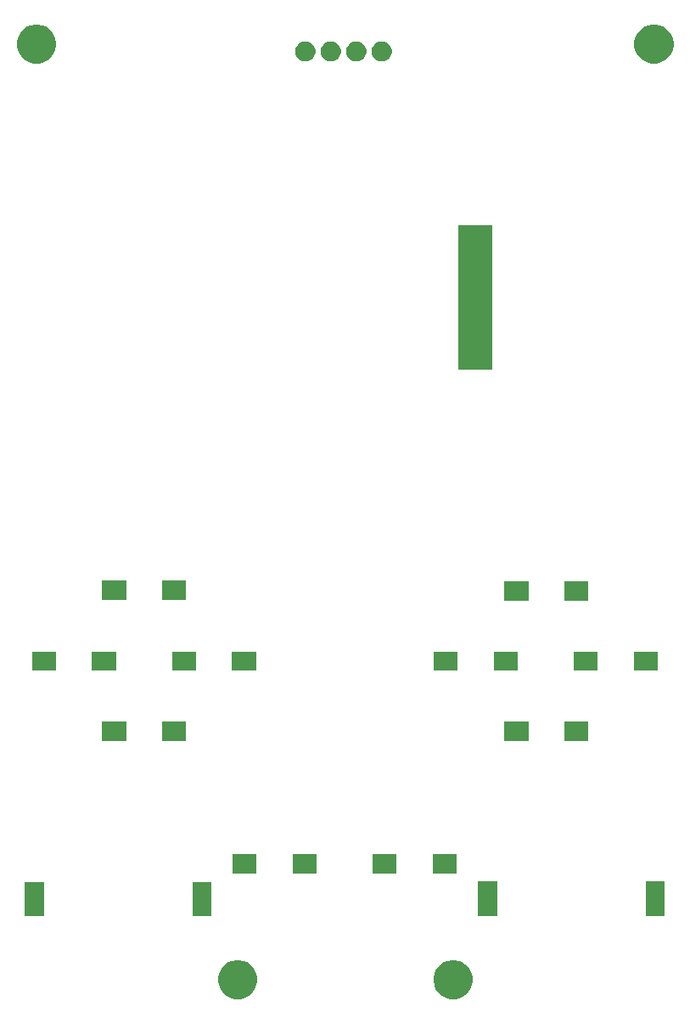
<source format=gbr>
G04 #@! TF.GenerationSoftware,KiCad,Pcbnew,5.0.2+dfsg1-1~bpo9+1*
G04 #@! TF.CreationDate,2019-01-24T11:26:08+00:00*
G04 #@! TF.ProjectId,zeroboy_new_front,7a65726f-626f-4795-9f6e-65775f66726f,rev?*
G04 #@! TF.SameCoordinates,Original*
G04 #@! TF.FileFunction,Soldermask,Top*
G04 #@! TF.FilePolarity,Negative*
%FSLAX46Y46*%
G04 Gerber Fmt 4.6, Leading zero omitted, Abs format (unit mm)*
G04 Created by KiCad (PCBNEW 5.0.2+dfsg1-1~bpo9+1) date Thu 24 Jan 2019 11:26:08 GMT*
%MOMM*%
%LPD*%
G01*
G04 APERTURE LIST*
%ADD10C,0.100000*%
G04 APERTURE END LIST*
D10*
G36*
X158201193Y-137748737D02*
X158556070Y-137895732D01*
X158875455Y-138109138D01*
X159147062Y-138380745D01*
X159360468Y-138700130D01*
X159507463Y-139055007D01*
X159582400Y-139431740D01*
X159582400Y-139815860D01*
X159507463Y-140192593D01*
X159360468Y-140547470D01*
X159147062Y-140866855D01*
X158875455Y-141138462D01*
X158556070Y-141351868D01*
X158201193Y-141498863D01*
X157824460Y-141573800D01*
X157440340Y-141573800D01*
X157063607Y-141498863D01*
X156708730Y-141351868D01*
X156389345Y-141138462D01*
X156117738Y-140866855D01*
X155904332Y-140547470D01*
X155757337Y-140192593D01*
X155682400Y-139815860D01*
X155682400Y-139431740D01*
X155757337Y-139055007D01*
X155904332Y-138700130D01*
X156117738Y-138380745D01*
X156389345Y-138109138D01*
X156708730Y-137895732D01*
X157063607Y-137748737D01*
X157440340Y-137673800D01*
X157824460Y-137673800D01*
X158201193Y-137748737D01*
X158201193Y-137748737D01*
G37*
G36*
X136712793Y-137748737D02*
X137067670Y-137895732D01*
X137387055Y-138109138D01*
X137658662Y-138380745D01*
X137872068Y-138700130D01*
X138019063Y-139055007D01*
X138094000Y-139431740D01*
X138094000Y-139815860D01*
X138019063Y-140192593D01*
X137872068Y-140547470D01*
X137658662Y-140866855D01*
X137387055Y-141138462D01*
X137067670Y-141351868D01*
X136712793Y-141498863D01*
X136336060Y-141573800D01*
X135951940Y-141573800D01*
X135575207Y-141498863D01*
X135220330Y-141351868D01*
X134900945Y-141138462D01*
X134629338Y-140866855D01*
X134415932Y-140547470D01*
X134268937Y-140192593D01*
X134194000Y-139815860D01*
X134194000Y-139431740D01*
X134268937Y-139055007D01*
X134415932Y-138700130D01*
X134629338Y-138380745D01*
X134900945Y-138109138D01*
X135220330Y-137895732D01*
X135575207Y-137748737D01*
X135951940Y-137673800D01*
X136336060Y-137673800D01*
X136712793Y-137748737D01*
X136712793Y-137748737D01*
G37*
G36*
X116849500Y-133335500D02*
X114925500Y-133335500D01*
X114925500Y-129935500D01*
X116849500Y-129935500D01*
X116849500Y-133335500D01*
X116849500Y-133335500D01*
G37*
G36*
X133550000Y-133335500D02*
X131626000Y-133335500D01*
X131626000Y-129935500D01*
X133550000Y-129935500D01*
X133550000Y-133335500D01*
X133550000Y-133335500D01*
G37*
G36*
X178762000Y-133272000D02*
X176838000Y-133272000D01*
X176838000Y-129872000D01*
X178762000Y-129872000D01*
X178762000Y-133272000D01*
X178762000Y-133272000D01*
G37*
G36*
X162061500Y-133272000D02*
X160137500Y-133272000D01*
X160137500Y-129872000D01*
X162061500Y-129872000D01*
X162061500Y-133272000D01*
X162061500Y-133272000D01*
G37*
G36*
X138042500Y-129029500D02*
X135642500Y-129029500D01*
X135642500Y-127129500D01*
X138042500Y-127129500D01*
X138042500Y-129029500D01*
X138042500Y-129029500D01*
G37*
G36*
X144011500Y-129029500D02*
X141611500Y-129029500D01*
X141611500Y-127129500D01*
X144011500Y-127129500D01*
X144011500Y-129029500D01*
X144011500Y-129029500D01*
G37*
G36*
X152012500Y-129029500D02*
X149612500Y-129029500D01*
X149612500Y-127129500D01*
X152012500Y-127129500D01*
X152012500Y-129029500D01*
X152012500Y-129029500D01*
G37*
G36*
X157981500Y-129029500D02*
X155581500Y-129029500D01*
X155581500Y-127129500D01*
X157981500Y-127129500D01*
X157981500Y-129029500D01*
X157981500Y-129029500D01*
G37*
G36*
X130994000Y-115821500D02*
X128594000Y-115821500D01*
X128594000Y-113921500D01*
X130994000Y-113921500D01*
X130994000Y-115821500D01*
X130994000Y-115821500D01*
G37*
G36*
X165157000Y-115821500D02*
X162757000Y-115821500D01*
X162757000Y-113921500D01*
X165157000Y-113921500D01*
X165157000Y-115821500D01*
X165157000Y-115821500D01*
G37*
G36*
X171126000Y-115821500D02*
X168726000Y-115821500D01*
X168726000Y-113921500D01*
X171126000Y-113921500D01*
X171126000Y-115821500D01*
X171126000Y-115821500D01*
G37*
G36*
X125025000Y-115821500D02*
X122625000Y-115821500D01*
X122625000Y-113921500D01*
X125025000Y-113921500D01*
X125025000Y-115821500D01*
X125025000Y-115821500D01*
G37*
G36*
X124009000Y-108836500D02*
X121609000Y-108836500D01*
X121609000Y-106936500D01*
X124009000Y-106936500D01*
X124009000Y-108836500D01*
X124009000Y-108836500D01*
G37*
G36*
X178047500Y-108836500D02*
X175647500Y-108836500D01*
X175647500Y-106936500D01*
X178047500Y-106936500D01*
X178047500Y-108836500D01*
X178047500Y-108836500D01*
G37*
G36*
X172078500Y-108836500D02*
X169678500Y-108836500D01*
X169678500Y-106936500D01*
X172078500Y-106936500D01*
X172078500Y-108836500D01*
X172078500Y-108836500D01*
G37*
G36*
X158108500Y-108836500D02*
X155708500Y-108836500D01*
X155708500Y-106936500D01*
X158108500Y-106936500D01*
X158108500Y-108836500D01*
X158108500Y-108836500D01*
G37*
G36*
X137979000Y-108836500D02*
X135579000Y-108836500D01*
X135579000Y-106936500D01*
X137979000Y-106936500D01*
X137979000Y-108836500D01*
X137979000Y-108836500D01*
G37*
G36*
X132010000Y-108836500D02*
X129610000Y-108836500D01*
X129610000Y-106936500D01*
X132010000Y-106936500D01*
X132010000Y-108836500D01*
X132010000Y-108836500D01*
G37*
G36*
X118040000Y-108836500D02*
X115640000Y-108836500D01*
X115640000Y-106936500D01*
X118040000Y-106936500D01*
X118040000Y-108836500D01*
X118040000Y-108836500D01*
G37*
G36*
X164077500Y-108836500D02*
X161677500Y-108836500D01*
X161677500Y-106936500D01*
X164077500Y-106936500D01*
X164077500Y-108836500D01*
X164077500Y-108836500D01*
G37*
G36*
X171126000Y-101851500D02*
X168726000Y-101851500D01*
X168726000Y-99951500D01*
X171126000Y-99951500D01*
X171126000Y-101851500D01*
X171126000Y-101851500D01*
G37*
G36*
X165157000Y-101851500D02*
X162757000Y-101851500D01*
X162757000Y-99951500D01*
X165157000Y-99951500D01*
X165157000Y-101851500D01*
X165157000Y-101851500D01*
G37*
G36*
X130994000Y-101788000D02*
X128594000Y-101788000D01*
X128594000Y-99888000D01*
X130994000Y-99888000D01*
X130994000Y-101788000D01*
X130994000Y-101788000D01*
G37*
G36*
X125025000Y-101788000D02*
X122625000Y-101788000D01*
X122625000Y-99888000D01*
X125025000Y-99888000D01*
X125025000Y-101788000D01*
X125025000Y-101788000D01*
G37*
G36*
X161565060Y-78865680D02*
X158165060Y-78865680D01*
X158165060Y-64463980D01*
X161565060Y-64463980D01*
X161565060Y-78865680D01*
X161565060Y-78865680D01*
G37*
G36*
X116646793Y-44543437D02*
X117001670Y-44690432D01*
X117321055Y-44903838D01*
X117592662Y-45175445D01*
X117806068Y-45494830D01*
X117953063Y-45849707D01*
X118028000Y-46226440D01*
X118028000Y-46610560D01*
X117953063Y-46987293D01*
X117806068Y-47342170D01*
X117592662Y-47661555D01*
X117321055Y-47933162D01*
X117001670Y-48146568D01*
X116646793Y-48293563D01*
X116270060Y-48368500D01*
X115885940Y-48368500D01*
X115509207Y-48293563D01*
X115154330Y-48146568D01*
X114834945Y-47933162D01*
X114563338Y-47661555D01*
X114349932Y-47342170D01*
X114202937Y-46987293D01*
X114128000Y-46610560D01*
X114128000Y-46226440D01*
X114202937Y-45849707D01*
X114349932Y-45494830D01*
X114563338Y-45175445D01*
X114834945Y-44903838D01*
X115154330Y-44690432D01*
X115509207Y-44543437D01*
X115885940Y-44468500D01*
X116270060Y-44468500D01*
X116646793Y-44543437D01*
X116646793Y-44543437D01*
G37*
G36*
X178241793Y-44543437D02*
X178596670Y-44690432D01*
X178916055Y-44903838D01*
X179187662Y-45175445D01*
X179401068Y-45494830D01*
X179548063Y-45849707D01*
X179623000Y-46226440D01*
X179623000Y-46610560D01*
X179548063Y-46987293D01*
X179401068Y-47342170D01*
X179187662Y-47661555D01*
X178916055Y-47933162D01*
X178596670Y-48146568D01*
X178241793Y-48293563D01*
X177865060Y-48368500D01*
X177480940Y-48368500D01*
X177104207Y-48293563D01*
X176749330Y-48146568D01*
X176429945Y-47933162D01*
X176158338Y-47661555D01*
X175944932Y-47342170D01*
X175797937Y-46987293D01*
X175723000Y-46610560D01*
X175723000Y-46226440D01*
X175797937Y-45849707D01*
X175944932Y-45494830D01*
X176158338Y-45175445D01*
X176429945Y-44903838D01*
X176749330Y-44690432D01*
X177104207Y-44543437D01*
X177480940Y-44468500D01*
X177865060Y-44468500D01*
X178241793Y-44543437D01*
X178241793Y-44543437D01*
G37*
G36*
X143076170Y-46157772D02*
X143192089Y-46180829D01*
X143374078Y-46256211D01*
X143537863Y-46365649D01*
X143677151Y-46504937D01*
X143786589Y-46668722D01*
X143861971Y-46850711D01*
X143900400Y-47043909D01*
X143900400Y-47240891D01*
X143861971Y-47434089D01*
X143786589Y-47616078D01*
X143677151Y-47779863D01*
X143537863Y-47919151D01*
X143374078Y-48028589D01*
X143192089Y-48103971D01*
X143076170Y-48127028D01*
X142998893Y-48142400D01*
X142801907Y-48142400D01*
X142724630Y-48127028D01*
X142608711Y-48103971D01*
X142426722Y-48028589D01*
X142262937Y-47919151D01*
X142123649Y-47779863D01*
X142014211Y-47616078D01*
X141938829Y-47434089D01*
X141900400Y-47240891D01*
X141900400Y-47043909D01*
X141938829Y-46850711D01*
X142014211Y-46668722D01*
X142123649Y-46504937D01*
X142262937Y-46365649D01*
X142426722Y-46256211D01*
X142608711Y-46180829D01*
X142724630Y-46157772D01*
X142801907Y-46142400D01*
X142998893Y-46142400D01*
X143076170Y-46157772D01*
X143076170Y-46157772D01*
G37*
G36*
X145616170Y-46157772D02*
X145732089Y-46180829D01*
X145914078Y-46256211D01*
X146077863Y-46365649D01*
X146217151Y-46504937D01*
X146326589Y-46668722D01*
X146401971Y-46850711D01*
X146440400Y-47043909D01*
X146440400Y-47240891D01*
X146401971Y-47434089D01*
X146326589Y-47616078D01*
X146217151Y-47779863D01*
X146077863Y-47919151D01*
X145914078Y-48028589D01*
X145732089Y-48103971D01*
X145616170Y-48127028D01*
X145538893Y-48142400D01*
X145341907Y-48142400D01*
X145264630Y-48127028D01*
X145148711Y-48103971D01*
X144966722Y-48028589D01*
X144802937Y-47919151D01*
X144663649Y-47779863D01*
X144554211Y-47616078D01*
X144478829Y-47434089D01*
X144440400Y-47240891D01*
X144440400Y-47043909D01*
X144478829Y-46850711D01*
X144554211Y-46668722D01*
X144663649Y-46504937D01*
X144802937Y-46365649D01*
X144966722Y-46256211D01*
X145148711Y-46180829D01*
X145264630Y-46157772D01*
X145341907Y-46142400D01*
X145538893Y-46142400D01*
X145616170Y-46157772D01*
X145616170Y-46157772D01*
G37*
G36*
X148156170Y-46157772D02*
X148272089Y-46180829D01*
X148454078Y-46256211D01*
X148617863Y-46365649D01*
X148757151Y-46504937D01*
X148866589Y-46668722D01*
X148941971Y-46850711D01*
X148980400Y-47043909D01*
X148980400Y-47240891D01*
X148941971Y-47434089D01*
X148866589Y-47616078D01*
X148757151Y-47779863D01*
X148617863Y-47919151D01*
X148454078Y-48028589D01*
X148272089Y-48103971D01*
X148156170Y-48127028D01*
X148078893Y-48142400D01*
X147881907Y-48142400D01*
X147804630Y-48127028D01*
X147688711Y-48103971D01*
X147506722Y-48028589D01*
X147342937Y-47919151D01*
X147203649Y-47779863D01*
X147094211Y-47616078D01*
X147018829Y-47434089D01*
X146980400Y-47240891D01*
X146980400Y-47043909D01*
X147018829Y-46850711D01*
X147094211Y-46668722D01*
X147203649Y-46504937D01*
X147342937Y-46365649D01*
X147506722Y-46256211D01*
X147688711Y-46180829D01*
X147804630Y-46157772D01*
X147881907Y-46142400D01*
X148078893Y-46142400D01*
X148156170Y-46157772D01*
X148156170Y-46157772D01*
G37*
G36*
X150696170Y-46157772D02*
X150812089Y-46180829D01*
X150994078Y-46256211D01*
X151157863Y-46365649D01*
X151297151Y-46504937D01*
X151406589Y-46668722D01*
X151481971Y-46850711D01*
X151520400Y-47043909D01*
X151520400Y-47240891D01*
X151481971Y-47434089D01*
X151406589Y-47616078D01*
X151297151Y-47779863D01*
X151157863Y-47919151D01*
X150994078Y-48028589D01*
X150812089Y-48103971D01*
X150696170Y-48127028D01*
X150618893Y-48142400D01*
X150421907Y-48142400D01*
X150344630Y-48127028D01*
X150228711Y-48103971D01*
X150046722Y-48028589D01*
X149882937Y-47919151D01*
X149743649Y-47779863D01*
X149634211Y-47616078D01*
X149558829Y-47434089D01*
X149520400Y-47240891D01*
X149520400Y-47043909D01*
X149558829Y-46850711D01*
X149634211Y-46668722D01*
X149743649Y-46504937D01*
X149882937Y-46365649D01*
X150046722Y-46256211D01*
X150228711Y-46180829D01*
X150344630Y-46157772D01*
X150421907Y-46142400D01*
X150618893Y-46142400D01*
X150696170Y-46157772D01*
X150696170Y-46157772D01*
G37*
M02*

</source>
